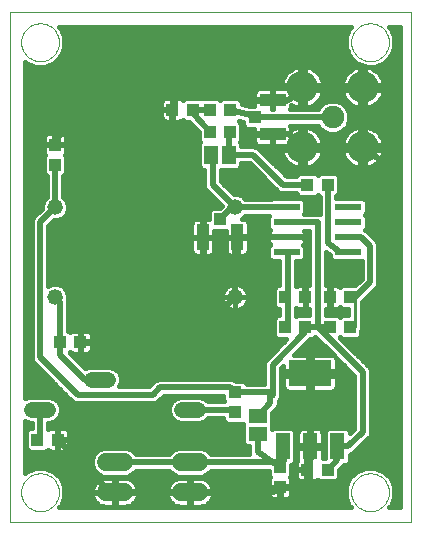
<source format=gtl>
G75*
G70*
%OFA0B0*%
%FSLAX24Y24*%
%IPPOS*%
%LPD*%
%AMOC8*
5,1,8,0,0,1.08239X$1,22.5*
%
%ADD10C,0.0000*%
%ADD11C,0.0520*%
%ADD12R,0.0394X0.0433*%
%ADD13C,0.0520*%
%ADD14R,0.0433X0.0394*%
%ADD15C,0.0750*%
%ADD16C,0.1050*%
%ADD17C,0.0600*%
%ADD18R,0.0630X0.0460*%
%ADD19R,0.0866X0.0236*%
%ADD20R,0.0460X0.0630*%
%ADD21R,0.0480X0.0880*%
%ADD22R,0.1417X0.0866*%
%ADD23R,0.0413X0.0394*%
%ADD24R,0.0866X0.0413*%
%ADD25R,0.0394X0.0413*%
%ADD26R,0.0413X0.0866*%
%ADD27C,0.0160*%
%ADD28C,0.0356*%
%ADD29C,0.0200*%
%ADD30C,0.0100*%
D10*
X000600Y000100D02*
X000600Y017096D01*
X013970Y017096D01*
X013970Y000100D01*
X000600Y000100D01*
X000970Y001100D02*
X000972Y001150D01*
X000978Y001200D01*
X000988Y001249D01*
X001002Y001297D01*
X001019Y001344D01*
X001040Y001389D01*
X001065Y001433D01*
X001093Y001474D01*
X001125Y001513D01*
X001159Y001550D01*
X001196Y001584D01*
X001236Y001614D01*
X001278Y001641D01*
X001322Y001665D01*
X001368Y001686D01*
X001415Y001702D01*
X001463Y001715D01*
X001513Y001724D01*
X001562Y001729D01*
X001613Y001730D01*
X001663Y001727D01*
X001712Y001720D01*
X001761Y001709D01*
X001809Y001694D01*
X001855Y001676D01*
X001900Y001654D01*
X001943Y001628D01*
X001984Y001599D01*
X002023Y001567D01*
X002059Y001532D01*
X002091Y001494D01*
X002121Y001454D01*
X002148Y001411D01*
X002171Y001367D01*
X002190Y001321D01*
X002206Y001273D01*
X002218Y001224D01*
X002226Y001175D01*
X002230Y001125D01*
X002230Y001075D01*
X002226Y001025D01*
X002218Y000976D01*
X002206Y000927D01*
X002190Y000879D01*
X002171Y000833D01*
X002148Y000789D01*
X002121Y000746D01*
X002091Y000706D01*
X002059Y000668D01*
X002023Y000633D01*
X001984Y000601D01*
X001943Y000572D01*
X001900Y000546D01*
X001855Y000524D01*
X001809Y000506D01*
X001761Y000491D01*
X001712Y000480D01*
X001663Y000473D01*
X001613Y000470D01*
X001562Y000471D01*
X001513Y000476D01*
X001463Y000485D01*
X001415Y000498D01*
X001368Y000514D01*
X001322Y000535D01*
X001278Y000559D01*
X001236Y000586D01*
X001196Y000616D01*
X001159Y000650D01*
X001125Y000687D01*
X001093Y000726D01*
X001065Y000767D01*
X001040Y000811D01*
X001019Y000856D01*
X001002Y000903D01*
X000988Y000951D01*
X000978Y001000D01*
X000972Y001050D01*
X000970Y001100D01*
X011970Y001100D02*
X011972Y001150D01*
X011978Y001200D01*
X011988Y001249D01*
X012002Y001297D01*
X012019Y001344D01*
X012040Y001389D01*
X012065Y001433D01*
X012093Y001474D01*
X012125Y001513D01*
X012159Y001550D01*
X012196Y001584D01*
X012236Y001614D01*
X012278Y001641D01*
X012322Y001665D01*
X012368Y001686D01*
X012415Y001702D01*
X012463Y001715D01*
X012513Y001724D01*
X012562Y001729D01*
X012613Y001730D01*
X012663Y001727D01*
X012712Y001720D01*
X012761Y001709D01*
X012809Y001694D01*
X012855Y001676D01*
X012900Y001654D01*
X012943Y001628D01*
X012984Y001599D01*
X013023Y001567D01*
X013059Y001532D01*
X013091Y001494D01*
X013121Y001454D01*
X013148Y001411D01*
X013171Y001367D01*
X013190Y001321D01*
X013206Y001273D01*
X013218Y001224D01*
X013226Y001175D01*
X013230Y001125D01*
X013230Y001075D01*
X013226Y001025D01*
X013218Y000976D01*
X013206Y000927D01*
X013190Y000879D01*
X013171Y000833D01*
X013148Y000789D01*
X013121Y000746D01*
X013091Y000706D01*
X013059Y000668D01*
X013023Y000633D01*
X012984Y000601D01*
X012943Y000572D01*
X012900Y000546D01*
X012855Y000524D01*
X012809Y000506D01*
X012761Y000491D01*
X012712Y000480D01*
X012663Y000473D01*
X012613Y000470D01*
X012562Y000471D01*
X012513Y000476D01*
X012463Y000485D01*
X012415Y000498D01*
X012368Y000514D01*
X012322Y000535D01*
X012278Y000559D01*
X012236Y000586D01*
X012196Y000616D01*
X012159Y000650D01*
X012125Y000687D01*
X012093Y000726D01*
X012065Y000767D01*
X012040Y000811D01*
X012019Y000856D01*
X012002Y000903D01*
X011988Y000951D01*
X011978Y001000D01*
X011972Y001050D01*
X011970Y001100D01*
X011970Y016100D02*
X011972Y016150D01*
X011978Y016200D01*
X011988Y016249D01*
X012002Y016297D01*
X012019Y016344D01*
X012040Y016389D01*
X012065Y016433D01*
X012093Y016474D01*
X012125Y016513D01*
X012159Y016550D01*
X012196Y016584D01*
X012236Y016614D01*
X012278Y016641D01*
X012322Y016665D01*
X012368Y016686D01*
X012415Y016702D01*
X012463Y016715D01*
X012513Y016724D01*
X012562Y016729D01*
X012613Y016730D01*
X012663Y016727D01*
X012712Y016720D01*
X012761Y016709D01*
X012809Y016694D01*
X012855Y016676D01*
X012900Y016654D01*
X012943Y016628D01*
X012984Y016599D01*
X013023Y016567D01*
X013059Y016532D01*
X013091Y016494D01*
X013121Y016454D01*
X013148Y016411D01*
X013171Y016367D01*
X013190Y016321D01*
X013206Y016273D01*
X013218Y016224D01*
X013226Y016175D01*
X013230Y016125D01*
X013230Y016075D01*
X013226Y016025D01*
X013218Y015976D01*
X013206Y015927D01*
X013190Y015879D01*
X013171Y015833D01*
X013148Y015789D01*
X013121Y015746D01*
X013091Y015706D01*
X013059Y015668D01*
X013023Y015633D01*
X012984Y015601D01*
X012943Y015572D01*
X012900Y015546D01*
X012855Y015524D01*
X012809Y015506D01*
X012761Y015491D01*
X012712Y015480D01*
X012663Y015473D01*
X012613Y015470D01*
X012562Y015471D01*
X012513Y015476D01*
X012463Y015485D01*
X012415Y015498D01*
X012368Y015514D01*
X012322Y015535D01*
X012278Y015559D01*
X012236Y015586D01*
X012196Y015616D01*
X012159Y015650D01*
X012125Y015687D01*
X012093Y015726D01*
X012065Y015767D01*
X012040Y015811D01*
X012019Y015856D01*
X012002Y015903D01*
X011988Y015951D01*
X011978Y016000D01*
X011972Y016050D01*
X011970Y016100D01*
X000970Y016100D02*
X000972Y016150D01*
X000978Y016200D01*
X000988Y016249D01*
X001002Y016297D01*
X001019Y016344D01*
X001040Y016389D01*
X001065Y016433D01*
X001093Y016474D01*
X001125Y016513D01*
X001159Y016550D01*
X001196Y016584D01*
X001236Y016614D01*
X001278Y016641D01*
X001322Y016665D01*
X001368Y016686D01*
X001415Y016702D01*
X001463Y016715D01*
X001513Y016724D01*
X001562Y016729D01*
X001613Y016730D01*
X001663Y016727D01*
X001712Y016720D01*
X001761Y016709D01*
X001809Y016694D01*
X001855Y016676D01*
X001900Y016654D01*
X001943Y016628D01*
X001984Y016599D01*
X002023Y016567D01*
X002059Y016532D01*
X002091Y016494D01*
X002121Y016454D01*
X002148Y016411D01*
X002171Y016367D01*
X002190Y016321D01*
X002206Y016273D01*
X002218Y016224D01*
X002226Y016175D01*
X002230Y016125D01*
X002230Y016075D01*
X002226Y016025D01*
X002218Y015976D01*
X002206Y015927D01*
X002190Y015879D01*
X002171Y015833D01*
X002148Y015789D01*
X002121Y015746D01*
X002091Y015706D01*
X002059Y015668D01*
X002023Y015633D01*
X001984Y015601D01*
X001943Y015572D01*
X001900Y015546D01*
X001855Y015524D01*
X001809Y015506D01*
X001761Y015491D01*
X001712Y015480D01*
X001663Y015473D01*
X001613Y015470D01*
X001562Y015471D01*
X001513Y015476D01*
X001463Y015485D01*
X001415Y015498D01*
X001368Y015514D01*
X001322Y015535D01*
X001278Y015559D01*
X001236Y015586D01*
X001196Y015616D01*
X001159Y015650D01*
X001125Y015687D01*
X001093Y015726D01*
X001065Y015767D01*
X001040Y015811D01*
X001019Y015856D01*
X001002Y015903D01*
X000988Y015951D01*
X000978Y016000D01*
X000972Y016050D01*
X000970Y016100D01*
D11*
X002100Y010600D03*
X002100Y007600D03*
X008100Y007600D03*
X008100Y010600D03*
D12*
X007935Y013100D03*
X007265Y013100D03*
X006685Y013850D03*
X006015Y013850D03*
X002100Y012685D03*
X002100Y012015D03*
X009765Y007600D03*
X010435Y007600D03*
X011265Y007600D03*
X011935Y007600D03*
X011935Y006600D03*
X011265Y006600D03*
X010435Y006600D03*
X009765Y006600D03*
X009600Y001935D03*
X009600Y001265D03*
X002185Y002850D03*
X001515Y002850D03*
X010515Y011350D03*
X011185Y011350D03*
D13*
X006860Y003850D02*
X006340Y003850D01*
X003860Y004850D02*
X003340Y004850D01*
X001860Y003850D02*
X001340Y003850D01*
D14*
X002265Y006100D03*
X002935Y006100D03*
X008100Y004435D03*
X008100Y003765D03*
X010515Y001850D03*
X011185Y001850D03*
X007935Y013850D03*
X007265Y013850D03*
D15*
X011350Y013600D03*
D16*
X010346Y012596D03*
X010346Y014604D03*
X012354Y014604D03*
X012354Y012596D03*
D17*
X006900Y002100D02*
X006300Y002100D01*
X006300Y001100D02*
X006900Y001100D01*
X004400Y001100D02*
X003800Y001100D01*
X003800Y002100D02*
X004400Y002100D01*
D18*
X008850Y003050D03*
X008850Y003650D03*
D19*
X009826Y009100D03*
X009826Y009600D03*
X009826Y010100D03*
X009826Y010600D03*
X011874Y010600D03*
X011874Y010100D03*
X011874Y009600D03*
X011874Y009100D03*
D20*
X007900Y012350D03*
X007300Y012350D03*
D21*
X009690Y002630D03*
X010600Y002630D03*
X011510Y002630D03*
D22*
X010600Y005070D03*
D23*
X008758Y013600D03*
D24*
X009350Y013028D03*
X009350Y014172D03*
D25*
X007600Y010192D03*
D26*
X007028Y009600D03*
X008172Y009600D03*
D27*
X008195Y009610D02*
X009213Y009610D01*
X009213Y009600D02*
X009826Y009600D01*
X009213Y009600D01*
X009213Y009458D01*
X009226Y009412D01*
X009249Y009371D01*
X009271Y009350D01*
X009213Y009293D01*
X009213Y008907D01*
X009319Y008802D01*
X009570Y008802D01*
X009570Y007997D01*
X009494Y007997D01*
X009389Y007891D01*
X009389Y007309D01*
X009494Y007203D01*
X009570Y007203D01*
X009570Y006997D01*
X009494Y006997D01*
X009389Y006891D01*
X009389Y006309D01*
X009494Y006203D01*
X009807Y006203D01*
X009191Y005587D01*
X009113Y005509D01*
X009070Y005406D01*
X009070Y004715D01*
X008488Y004715D01*
X008391Y004811D01*
X008119Y004811D01*
X008093Y004837D01*
X007990Y004880D01*
X005544Y004880D01*
X005441Y004837D01*
X005363Y004759D01*
X005234Y004630D01*
X004245Y004630D01*
X004300Y004762D01*
X004300Y004938D01*
X004233Y005099D01*
X004109Y005223D01*
X003948Y005290D01*
X003252Y005290D01*
X003114Y005232D01*
X002590Y005756D01*
X002600Y005767D01*
X002608Y005759D01*
X002649Y005735D01*
X002694Y005723D01*
X002916Y005723D01*
X002916Y006082D01*
X002953Y006082D01*
X002953Y006118D01*
X003331Y006118D01*
X003331Y006321D01*
X003319Y006366D01*
X003295Y006407D01*
X003262Y006441D01*
X003221Y006465D01*
X003175Y006477D01*
X002953Y006477D01*
X002953Y006118D01*
X002916Y006118D01*
X002916Y006477D01*
X002694Y006477D01*
X002649Y006465D01*
X002608Y006441D01*
X002600Y006433D01*
X002556Y006477D01*
X002545Y006477D01*
X002545Y007490D01*
X002538Y007508D01*
X002540Y007512D01*
X002540Y007688D01*
X002473Y007849D01*
X002349Y007973D01*
X002188Y008040D01*
X002012Y008040D01*
X001880Y007985D01*
X001880Y009984D01*
X002056Y010160D01*
X002188Y010160D01*
X002349Y010227D01*
X002473Y010351D01*
X002540Y010512D01*
X002540Y010688D01*
X002473Y010849D01*
X002380Y010942D01*
X002380Y011627D01*
X002477Y011724D01*
X002477Y012306D01*
X002433Y012350D01*
X002441Y012358D01*
X002465Y012399D01*
X002477Y012444D01*
X002477Y012666D01*
X002118Y012666D01*
X002118Y012703D01*
X002082Y012703D01*
X002082Y013081D01*
X001879Y013081D01*
X001834Y013069D01*
X001793Y013045D01*
X001759Y013012D01*
X001735Y012971D01*
X001723Y012925D01*
X001723Y012703D01*
X002082Y012703D01*
X002082Y012666D01*
X001723Y012666D01*
X001723Y012444D01*
X001735Y012399D01*
X001759Y012358D01*
X001767Y012350D01*
X001723Y012306D01*
X001723Y011724D01*
X001820Y011627D01*
X001820Y010942D01*
X001727Y010849D01*
X001660Y010688D01*
X001660Y010556D01*
X001441Y010337D01*
X001363Y010259D01*
X001320Y010156D01*
X001320Y005544D01*
X001363Y005441D01*
X002613Y004191D01*
X002691Y004113D01*
X002794Y004070D01*
X005406Y004070D01*
X005509Y004113D01*
X005716Y004320D01*
X007703Y004320D01*
X007703Y004163D01*
X007737Y004130D01*
X007202Y004130D01*
X007109Y004223D01*
X006948Y004290D01*
X006252Y004290D01*
X006091Y004223D01*
X005967Y004099D01*
X005900Y003938D01*
X005900Y003762D01*
X005967Y003601D01*
X006091Y003477D01*
X006252Y003410D01*
X006948Y003410D01*
X007109Y003477D01*
X007202Y003570D01*
X007703Y003570D01*
X007703Y003494D01*
X007809Y003389D01*
X008355Y003389D01*
X008355Y002745D01*
X008460Y002640D01*
X008570Y002640D01*
X008570Y002462D01*
X008565Y002434D01*
X008570Y002407D01*
X008570Y002380D01*
X007299Y002380D01*
X007172Y002507D01*
X006995Y002580D01*
X006205Y002580D01*
X006028Y002507D01*
X005901Y002380D01*
X004799Y002380D01*
X004672Y002507D01*
X004495Y002580D01*
X003705Y002580D01*
X003528Y002507D01*
X003393Y002372D01*
X003320Y002195D01*
X003320Y002005D01*
X003393Y001828D01*
X003528Y001693D01*
X003705Y001620D01*
X004495Y001620D01*
X004672Y001693D01*
X004799Y001820D01*
X005901Y001820D01*
X006028Y001693D01*
X006205Y001620D01*
X006995Y001620D01*
X007172Y001693D01*
X007299Y001820D01*
X009223Y001820D01*
X009223Y001644D01*
X009267Y001600D01*
X009259Y001592D01*
X009235Y001551D01*
X009223Y001506D01*
X009223Y001284D01*
X009582Y001284D01*
X009582Y001247D01*
X009618Y001247D01*
X009618Y000869D01*
X009821Y000869D01*
X009866Y000881D01*
X009907Y000905D01*
X009941Y000938D01*
X009965Y000979D01*
X009977Y001025D01*
X009977Y001247D01*
X009618Y001247D01*
X009618Y001284D01*
X009977Y001284D01*
X009977Y001506D01*
X009965Y001551D01*
X009941Y001592D01*
X009933Y001600D01*
X009977Y001644D01*
X009977Y002010D01*
X010005Y002010D01*
X010110Y002115D01*
X010110Y003145D01*
X010005Y003250D01*
X009375Y003250D01*
X009345Y003220D01*
X009345Y003749D01*
X009507Y003911D01*
X009550Y004014D01*
X009550Y004154D01*
X009587Y004191D01*
X009630Y004294D01*
X009630Y005234D01*
X009711Y005315D01*
X009711Y005150D01*
X010520Y005150D01*
X010520Y004990D01*
X010680Y004990D01*
X010680Y004457D01*
X011332Y004457D01*
X011378Y004469D01*
X011419Y004493D01*
X011453Y004526D01*
X011476Y004568D01*
X011489Y004613D01*
X011489Y004990D01*
X010680Y004990D01*
X010680Y005150D01*
X011489Y005150D01*
X011489Y005527D01*
X011476Y005573D01*
X011470Y005584D01*
X012070Y004984D01*
X012070Y003216D01*
X011930Y003076D01*
X011930Y003145D01*
X011825Y003250D01*
X011195Y003250D01*
X011090Y003145D01*
X011090Y002227D01*
X011020Y002227D01*
X011020Y002590D01*
X010640Y002590D01*
X010640Y002670D01*
X010560Y002670D01*
X010560Y003250D01*
X010336Y003250D01*
X010291Y003238D01*
X010249Y003214D01*
X010216Y003181D01*
X010192Y003139D01*
X010180Y003094D01*
X010180Y002670D01*
X010560Y002670D01*
X010560Y002590D01*
X010180Y002590D01*
X010180Y002183D01*
X010155Y002157D01*
X010131Y002116D01*
X010119Y002071D01*
X010119Y001868D01*
X010497Y001868D01*
X010497Y001832D01*
X010119Y001832D01*
X010119Y001629D01*
X010131Y001584D01*
X010155Y001543D01*
X010188Y001509D01*
X010229Y001485D01*
X010275Y001473D01*
X010497Y001473D01*
X010497Y001832D01*
X010534Y001832D01*
X010534Y001473D01*
X010756Y001473D01*
X010801Y001485D01*
X010842Y001509D01*
X010850Y001517D01*
X010894Y001473D01*
X011476Y001473D01*
X011581Y001579D01*
X011581Y001851D01*
X011741Y002010D01*
X011825Y002010D01*
X011930Y002115D01*
X011930Y002350D01*
X011936Y002350D01*
X012039Y002393D01*
X012509Y002863D01*
X012587Y002941D01*
X012630Y003044D01*
X012630Y005156D01*
X012587Y005259D01*
X011590Y006256D01*
X011600Y006267D01*
X011663Y006203D01*
X012206Y006203D01*
X012311Y006309D01*
X012311Y006486D01*
X012330Y006505D01*
X012330Y007434D01*
X012759Y007863D01*
X012837Y007941D01*
X012880Y008044D01*
X012880Y009356D01*
X012837Y009459D01*
X012459Y009837D01*
X012430Y009849D01*
X012429Y009850D01*
X012487Y009907D01*
X012487Y010293D01*
X012429Y010350D01*
X012487Y010407D01*
X012487Y010793D01*
X012381Y010898D01*
X011480Y010898D01*
X011480Y010977D01*
X011561Y011059D01*
X011561Y011641D01*
X011456Y011747D01*
X010913Y011747D01*
X010850Y011683D01*
X010787Y011747D01*
X010244Y011747D01*
X010139Y011641D01*
X010139Y011630D01*
X009816Y011630D01*
X008937Y012509D01*
X008859Y012587D01*
X008756Y012630D01*
X008310Y012630D01*
X008310Y012740D01*
X008276Y012773D01*
X008311Y012809D01*
X008311Y013391D01*
X008228Y013475D01*
X008240Y013488D01*
X008372Y013456D01*
X008372Y013329D01*
X008477Y013223D01*
X008737Y013223D01*
X008737Y013051D01*
X009327Y013051D01*
X009327Y013005D01*
X009373Y013005D01*
X009373Y012641D01*
X009807Y012641D01*
X009853Y012654D01*
X009891Y012676D01*
X010266Y012676D01*
X010266Y012516D01*
X009646Y012516D01*
X009653Y012458D01*
X009677Y012369D01*
X009712Y012284D01*
X009759Y012204D01*
X009815Y012130D01*
X009880Y012065D01*
X009954Y012009D01*
X010034Y011962D01*
X010119Y011927D01*
X010208Y011903D01*
X010266Y011896D01*
X010266Y012516D01*
X010426Y012516D01*
X010426Y011896D01*
X010484Y011903D01*
X010573Y011927D01*
X010659Y011962D01*
X010739Y012009D01*
X010812Y012065D01*
X010877Y012130D01*
X010934Y012204D01*
X010980Y012284D01*
X011015Y012369D01*
X011039Y012458D01*
X011047Y012516D01*
X010426Y012516D01*
X010426Y012676D01*
X010266Y012676D01*
X010266Y013297D01*
X010208Y013289D01*
X010119Y013265D01*
X010034Y013230D01*
X009963Y013189D01*
X009963Y013259D01*
X009951Y013304D01*
X009942Y013320D01*
X010865Y013320D01*
X010879Y013286D01*
X011036Y013129D01*
X011240Y013045D01*
X011460Y013045D01*
X011664Y013129D01*
X011821Y013286D01*
X011905Y013490D01*
X011905Y013710D01*
X011821Y013914D01*
X011664Y014071D01*
X011460Y014155D01*
X011240Y014155D01*
X011036Y014071D01*
X010879Y013914D01*
X010865Y013880D01*
X009942Y013880D01*
X009951Y013896D01*
X009963Y013941D01*
X009963Y014011D01*
X010034Y013970D01*
X010119Y013935D01*
X010208Y013911D01*
X010266Y013903D01*
X010266Y014524D01*
X009891Y014524D01*
X009853Y014546D01*
X009807Y014559D01*
X009373Y014559D01*
X009373Y014195D01*
X009327Y014195D01*
X009327Y014559D01*
X008893Y014559D01*
X008847Y014546D01*
X008806Y014523D01*
X008773Y014489D01*
X008749Y014448D01*
X008737Y014402D01*
X008737Y014195D01*
X009327Y014195D01*
X009327Y014149D01*
X008737Y014149D01*
X008737Y013977D01*
X008599Y013977D01*
X008331Y014042D01*
X008331Y014121D01*
X008226Y014227D01*
X007644Y014227D01*
X007600Y014183D01*
X007556Y014227D01*
X006976Y014227D01*
X006956Y014247D01*
X006413Y014247D01*
X006350Y014183D01*
X006323Y014211D01*
X006282Y014234D01*
X006236Y014247D01*
X006034Y014247D01*
X006034Y013868D01*
X005997Y013868D01*
X005997Y013832D01*
X005639Y013832D01*
X005639Y013610D01*
X005651Y013564D01*
X005674Y013523D01*
X005708Y013489D01*
X005749Y013466D01*
X005795Y013453D01*
X005997Y013453D01*
X005997Y013832D01*
X006034Y013832D01*
X006034Y013453D01*
X006236Y013453D01*
X006282Y013466D01*
X006323Y013489D01*
X006350Y013517D01*
X006413Y013453D01*
X006577Y013453D01*
X006889Y013103D01*
X006889Y012809D01*
X006924Y012773D01*
X006890Y012740D01*
X006890Y011960D01*
X006995Y011855D01*
X007070Y011855D01*
X007070Y011294D01*
X007113Y011191D01*
X007191Y011113D01*
X007658Y010646D01*
X007591Y010578D01*
X007329Y010578D01*
X007223Y010473D01*
X007223Y010213D01*
X007051Y010213D01*
X007051Y009623D01*
X007005Y009623D01*
X007005Y009577D01*
X006641Y009577D01*
X006641Y009143D01*
X006654Y009097D01*
X006677Y009056D01*
X006711Y009023D01*
X006752Y008999D01*
X006798Y008987D01*
X007005Y008987D01*
X007005Y009577D01*
X007051Y009577D01*
X007051Y008987D01*
X007259Y008987D01*
X007304Y008999D01*
X007345Y009023D01*
X007379Y009056D01*
X007403Y009097D01*
X007415Y009143D01*
X007415Y009577D01*
X007052Y009577D01*
X007052Y009623D01*
X007415Y009623D01*
X007415Y009805D01*
X007785Y009805D01*
X007785Y009623D01*
X008148Y009623D01*
X008148Y009577D01*
X007785Y009577D01*
X007785Y009143D01*
X007797Y009097D01*
X007821Y009056D01*
X007855Y009023D01*
X007896Y008999D01*
X007941Y008987D01*
X008149Y008987D01*
X008149Y009577D01*
X008195Y009577D01*
X008195Y009623D01*
X008559Y009623D01*
X008559Y010057D01*
X008546Y010103D01*
X008523Y010144D01*
X008489Y010177D01*
X008448Y010201D01*
X008402Y010213D01*
X008316Y010213D01*
X008349Y010227D01*
X008442Y010320D01*
X009241Y010320D01*
X009213Y010293D01*
X009213Y009907D01*
X009271Y009850D01*
X009249Y009829D01*
X009226Y009788D01*
X009213Y009742D01*
X009213Y009600D01*
X009215Y009452D02*
X008559Y009452D01*
X008559Y009577D02*
X008559Y009143D01*
X008546Y009097D01*
X008523Y009056D01*
X008489Y009023D01*
X008448Y008999D01*
X008402Y008987D01*
X008195Y008987D01*
X008195Y009577D01*
X008559Y009577D01*
X008559Y009769D02*
X009220Y009769D01*
X009213Y009927D02*
X008559Y009927D01*
X008551Y010086D02*
X009213Y010086D01*
X009213Y010244D02*
X008366Y010244D01*
X008442Y010880D02*
X008349Y010973D01*
X008188Y011040D01*
X008056Y011040D01*
X007630Y011466D01*
X007630Y011855D01*
X008205Y011855D01*
X008310Y011960D01*
X008310Y012070D01*
X008584Y012070D01*
X009541Y011113D01*
X009644Y011070D01*
X010139Y011070D01*
X010139Y011059D01*
X010244Y010953D01*
X010787Y010953D01*
X010850Y011017D01*
X010913Y010953D01*
X010920Y010953D01*
X010920Y010374D01*
X010906Y010380D01*
X010412Y010380D01*
X010439Y010407D01*
X010439Y010793D01*
X010334Y010898D01*
X009319Y010898D01*
X009301Y010880D01*
X008442Y010880D01*
X008196Y011037D02*
X010161Y011037D01*
X010354Y010878D02*
X010920Y010878D01*
X010920Y010720D02*
X010439Y010720D01*
X010439Y010561D02*
X010920Y010561D01*
X010920Y010403D02*
X010435Y010403D01*
X010408Y009820D02*
X010570Y009820D01*
X010570Y007997D01*
X010453Y007997D01*
X010453Y007618D01*
X010416Y007618D01*
X010416Y007997D01*
X010214Y007997D01*
X010168Y007984D01*
X010130Y007962D01*
X010130Y008802D01*
X010334Y008802D01*
X010439Y008907D01*
X010439Y009293D01*
X010570Y009293D01*
X010439Y009293D02*
X010382Y009350D01*
X010403Y009371D01*
X010427Y009412D01*
X010439Y009458D01*
X010439Y009600D01*
X010439Y009742D01*
X010427Y009788D01*
X010408Y009820D01*
X010432Y009769D02*
X010570Y009769D01*
X010570Y009610D02*
X010439Y009610D01*
X010439Y009600D02*
X009826Y009600D01*
X009826Y009600D01*
X009826Y009600D01*
X010439Y009600D01*
X010438Y009452D02*
X010570Y009452D01*
X010570Y009135D02*
X010439Y009135D01*
X010439Y008976D02*
X010570Y008976D01*
X010570Y008818D02*
X010350Y008818D01*
X010130Y008659D02*
X010570Y008659D01*
X010570Y008501D02*
X010130Y008501D01*
X010130Y008342D02*
X010570Y008342D01*
X010570Y008184D02*
X010130Y008184D01*
X010130Y008025D02*
X010570Y008025D01*
X010453Y007867D02*
X010416Y007867D01*
X010416Y007708D02*
X010453Y007708D01*
X010453Y007582D02*
X010453Y007203D01*
X010570Y007203D01*
X010570Y006997D01*
X010163Y006997D01*
X010130Y006963D01*
X010130Y007238D01*
X010168Y007216D01*
X010214Y007203D01*
X010416Y007203D01*
X010416Y007582D01*
X010453Y007582D01*
X010453Y007550D02*
X010416Y007550D01*
X010416Y007391D02*
X010453Y007391D01*
X010453Y007233D02*
X010416Y007233D01*
X010570Y007074D02*
X010130Y007074D01*
X010130Y007233D02*
X010139Y007233D01*
X009570Y007074D02*
X002545Y007074D01*
X002545Y006916D02*
X009413Y006916D01*
X009389Y006757D02*
X002545Y006757D01*
X002545Y006599D02*
X009389Y006599D01*
X009389Y006440D02*
X003263Y006440D01*
X003331Y006282D02*
X009416Y006282D01*
X009727Y006123D02*
X003331Y006123D01*
X003331Y006082D02*
X002953Y006082D01*
X002953Y005723D01*
X003175Y005723D01*
X003221Y005735D01*
X003262Y005759D01*
X003295Y005793D01*
X003319Y005834D01*
X003331Y005879D01*
X003331Y006082D01*
X003331Y005965D02*
X009569Y005965D01*
X009410Y005806D02*
X003303Y005806D01*
X002953Y005806D02*
X002916Y005806D01*
X002916Y005965D02*
X002953Y005965D01*
X002953Y006123D02*
X002916Y006123D01*
X002916Y006282D02*
X002953Y006282D01*
X002953Y006440D02*
X002916Y006440D01*
X002607Y006440D02*
X002593Y006440D01*
X002545Y007233D02*
X007857Y007233D01*
X007869Y007224D02*
X007931Y007192D01*
X007997Y007171D01*
X008065Y007160D01*
X008100Y007160D01*
X008135Y007160D01*
X008203Y007171D01*
X008269Y007192D01*
X008331Y007224D01*
X008387Y007264D01*
X008436Y007313D01*
X008476Y007369D01*
X008508Y007431D01*
X008529Y007497D01*
X008540Y007565D01*
X008540Y007600D01*
X008540Y007635D01*
X008529Y007703D01*
X008508Y007769D01*
X008476Y007831D01*
X008436Y007887D01*
X008387Y007936D01*
X008331Y007976D01*
X008269Y008008D01*
X008203Y008029D01*
X008135Y008040D01*
X008100Y008040D01*
X008100Y007600D01*
X008540Y007600D01*
X008100Y007600D01*
X008100Y007600D01*
X008100Y007600D01*
X008100Y007160D01*
X008100Y007600D01*
X008100Y007600D01*
X008100Y007600D01*
X007660Y007600D01*
X007660Y007635D01*
X007671Y007703D01*
X007692Y007769D01*
X007724Y007831D01*
X007764Y007887D01*
X007813Y007936D01*
X007869Y007976D01*
X007931Y008008D01*
X007997Y008029D01*
X008065Y008040D01*
X008100Y008040D01*
X008100Y007600D01*
X007660Y007600D01*
X007660Y007565D01*
X007671Y007497D01*
X007692Y007431D01*
X007724Y007369D01*
X007764Y007313D01*
X007813Y007264D01*
X007869Y007224D01*
X007713Y007391D02*
X002545Y007391D01*
X002540Y007550D02*
X007663Y007550D01*
X007672Y007708D02*
X002532Y007708D01*
X002456Y007867D02*
X007750Y007867D01*
X007984Y008025D02*
X002224Y008025D01*
X001976Y008025D02*
X001880Y008025D01*
X001880Y008184D02*
X009570Y008184D01*
X009570Y008342D02*
X001880Y008342D01*
X001880Y008501D02*
X009570Y008501D01*
X009570Y008659D02*
X001880Y008659D01*
X001880Y008818D02*
X009303Y008818D01*
X009213Y008976D02*
X001880Y008976D01*
X001880Y009135D02*
X006644Y009135D01*
X006641Y009293D02*
X001880Y009293D01*
X001880Y009452D02*
X006641Y009452D01*
X006641Y009623D02*
X007005Y009623D01*
X007005Y010213D01*
X006798Y010213D01*
X006752Y010201D01*
X006711Y010177D01*
X006677Y010144D01*
X006654Y010103D01*
X006641Y010057D01*
X006641Y009623D01*
X006641Y009769D02*
X001880Y009769D01*
X001880Y009927D02*
X006641Y009927D01*
X006649Y010086D02*
X001981Y010086D01*
X002366Y010244D02*
X007223Y010244D01*
X007223Y010403D02*
X002494Y010403D01*
X002540Y010561D02*
X007311Y010561D01*
X007585Y010720D02*
X002527Y010720D01*
X002444Y010878D02*
X007426Y010878D01*
X007268Y011037D02*
X002380Y011037D01*
X002380Y011195D02*
X007111Y011195D01*
X007070Y011354D02*
X002380Y011354D01*
X002380Y011512D02*
X007070Y011512D01*
X007070Y011671D02*
X002423Y011671D01*
X002477Y011829D02*
X007070Y011829D01*
X006890Y011988D02*
X002477Y011988D01*
X002477Y012146D02*
X006890Y012146D01*
X006890Y012305D02*
X002477Y012305D01*
X002477Y012463D02*
X006890Y012463D01*
X006890Y012622D02*
X002477Y012622D01*
X002477Y012703D02*
X002477Y012925D01*
X002465Y012971D01*
X002441Y013012D01*
X002407Y013045D01*
X002366Y013069D01*
X002321Y013081D01*
X002118Y013081D01*
X002118Y012703D01*
X002477Y012703D01*
X002477Y012780D02*
X006917Y012780D01*
X006889Y012939D02*
X002473Y012939D01*
X002118Y012939D02*
X002082Y012939D01*
X002082Y012780D02*
X002118Y012780D01*
X001723Y012780D02*
X001100Y012780D01*
X001100Y012622D02*
X001723Y012622D01*
X001723Y012463D02*
X001100Y012463D01*
X001100Y012305D02*
X001723Y012305D01*
X001723Y012146D02*
X001100Y012146D01*
X001100Y011988D02*
X001723Y011988D01*
X001723Y011829D02*
X001100Y011829D01*
X001100Y011671D02*
X001777Y011671D01*
X001820Y011512D02*
X001100Y011512D01*
X001100Y011354D02*
X001820Y011354D01*
X001820Y011195D02*
X001100Y011195D01*
X001100Y011037D02*
X001820Y011037D01*
X001756Y010878D02*
X001100Y010878D01*
X001100Y010720D02*
X001673Y010720D01*
X001660Y010561D02*
X001100Y010561D01*
X001100Y010403D02*
X001507Y010403D01*
X001357Y010244D02*
X001100Y010244D01*
X001100Y010086D02*
X001320Y010086D01*
X001320Y009927D02*
X001100Y009927D01*
X001100Y009769D02*
X001320Y009769D01*
X001320Y009610D02*
X001100Y009610D01*
X001100Y009452D02*
X001320Y009452D01*
X001320Y009293D02*
X001100Y009293D01*
X001100Y009135D02*
X001320Y009135D01*
X001320Y008976D02*
X001100Y008976D01*
X001100Y008818D02*
X001320Y008818D01*
X001320Y008659D02*
X001100Y008659D01*
X001100Y008501D02*
X001320Y008501D01*
X001320Y008342D02*
X001100Y008342D01*
X001100Y008184D02*
X001320Y008184D01*
X001320Y008025D02*
X001100Y008025D01*
X001100Y007867D02*
X001320Y007867D01*
X001320Y007708D02*
X001100Y007708D01*
X001100Y007550D02*
X001320Y007550D01*
X001320Y007391D02*
X001100Y007391D01*
X001100Y007233D02*
X001320Y007233D01*
X001320Y007074D02*
X001100Y007074D01*
X001100Y006916D02*
X001320Y006916D01*
X001320Y006757D02*
X001100Y006757D01*
X001100Y006599D02*
X001320Y006599D01*
X001320Y006440D02*
X001100Y006440D01*
X001100Y006282D02*
X001320Y006282D01*
X001320Y006123D02*
X001100Y006123D01*
X001100Y005965D02*
X001320Y005965D01*
X001320Y005806D02*
X001100Y005806D01*
X001100Y005648D02*
X001320Y005648D01*
X001343Y005489D02*
X001100Y005489D01*
X001100Y005331D02*
X001474Y005331D01*
X001632Y005172D02*
X001100Y005172D01*
X001100Y005014D02*
X001791Y005014D01*
X001949Y004855D02*
X001100Y004855D01*
X001100Y004697D02*
X002108Y004697D01*
X002266Y004538D02*
X001100Y004538D01*
X001100Y004380D02*
X002425Y004380D01*
X002583Y004221D02*
X002111Y004221D01*
X002109Y004223D02*
X001948Y004290D01*
X001252Y004290D01*
X001100Y004227D01*
X001100Y015455D01*
X001141Y015413D01*
X001439Y015290D01*
X001761Y015290D01*
X002059Y015413D01*
X002287Y015641D01*
X002410Y015939D01*
X002410Y016261D01*
X002287Y016559D01*
X002245Y016600D01*
X011955Y016600D01*
X011913Y016559D01*
X011790Y016261D01*
X011790Y015939D01*
X011913Y015641D01*
X012141Y015413D01*
X012434Y015292D01*
X012434Y014684D01*
X013054Y014684D01*
X013047Y014742D01*
X013023Y014831D01*
X012988Y014916D01*
X012941Y014996D01*
X012885Y015070D01*
X012820Y015135D01*
X012746Y015191D01*
X012666Y015238D01*
X012581Y015273D01*
X012517Y015290D01*
X012761Y015290D01*
X013059Y015413D01*
X013287Y015641D01*
X013410Y015939D01*
X013410Y016261D01*
X013287Y016559D01*
X013245Y016600D01*
X013600Y016600D01*
X013600Y000600D01*
X013245Y000600D01*
X013287Y000641D01*
X013410Y000939D01*
X013410Y001261D01*
X013287Y001559D01*
X013059Y001787D01*
X012761Y001910D01*
X012439Y001910D01*
X012141Y001787D01*
X011913Y001559D01*
X011790Y001261D01*
X011790Y000939D01*
X011913Y000641D01*
X011955Y000600D01*
X002245Y000600D01*
X002287Y000641D01*
X002410Y000939D01*
X002410Y001261D01*
X002287Y001559D01*
X002059Y001787D01*
X001761Y001910D01*
X001439Y001910D01*
X001141Y001787D01*
X001100Y001745D01*
X001100Y003473D01*
X001252Y003410D01*
X001320Y003410D01*
X001320Y003247D01*
X001244Y003247D01*
X001139Y003141D01*
X001139Y002559D01*
X001244Y002453D01*
X001787Y002453D01*
X001850Y002517D01*
X001877Y002489D01*
X001918Y002466D01*
X001964Y002453D01*
X002166Y002453D01*
X002166Y002832D01*
X002203Y002832D01*
X002203Y002868D01*
X002561Y002868D01*
X002561Y003090D01*
X002549Y003136D01*
X002526Y003177D01*
X002492Y003211D01*
X002451Y003234D01*
X002405Y003247D01*
X002203Y003247D01*
X002203Y002868D01*
X002166Y002868D01*
X002166Y003247D01*
X001964Y003247D01*
X001918Y003234D01*
X001880Y003212D01*
X001880Y003410D01*
X001948Y003410D01*
X002109Y003477D01*
X002233Y003601D01*
X002300Y003762D01*
X002300Y003938D01*
X002233Y004099D01*
X002109Y004223D01*
X002248Y004063D02*
X005952Y004063D01*
X005900Y003904D02*
X002300Y003904D01*
X002293Y003746D02*
X005907Y003746D01*
X005981Y003587D02*
X002219Y003587D01*
X001992Y003429D02*
X006208Y003429D01*
X006089Y004221D02*
X005617Y004221D01*
X005301Y004697D02*
X004273Y004697D01*
X004300Y004855D02*
X005484Y004855D01*
X004269Y005014D02*
X009070Y005014D01*
X009070Y005172D02*
X004160Y005172D01*
X003015Y005331D02*
X009070Y005331D01*
X009105Y005489D02*
X002857Y005489D01*
X002698Y005648D02*
X009252Y005648D01*
X009191Y005587D02*
X009191Y005587D01*
X009630Y005172D02*
X009711Y005172D01*
X009630Y005014D02*
X010520Y005014D01*
X010520Y004990D02*
X009711Y004990D01*
X009711Y004613D01*
X009724Y004568D01*
X009747Y004526D01*
X009781Y004493D01*
X009822Y004469D01*
X009868Y004457D01*
X010520Y004457D01*
X010520Y004990D01*
X010520Y004855D02*
X010680Y004855D01*
X010680Y004697D02*
X010520Y004697D01*
X010520Y004538D02*
X010680Y004538D01*
X010680Y005014D02*
X012041Y005014D01*
X012070Y004855D02*
X011489Y004855D01*
X011489Y004697D02*
X012070Y004697D01*
X012070Y004538D02*
X011459Y004538D01*
X012070Y004380D02*
X009630Y004380D01*
X009630Y004538D02*
X009741Y004538D01*
X009711Y004697D02*
X009630Y004697D01*
X009630Y004855D02*
X009711Y004855D01*
X009600Y004221D02*
X012070Y004221D01*
X012070Y004063D02*
X009550Y004063D01*
X009500Y003904D02*
X012070Y003904D01*
X012070Y003746D02*
X009345Y003746D01*
X009345Y003587D02*
X012070Y003587D01*
X012070Y003429D02*
X009345Y003429D01*
X009345Y003270D02*
X012070Y003270D01*
X011966Y003112D02*
X011930Y003112D01*
X012282Y002636D02*
X013600Y002636D01*
X013600Y002478D02*
X012123Y002478D01*
X011930Y002319D02*
X013600Y002319D01*
X013600Y002161D02*
X011930Y002161D01*
X011733Y002002D02*
X013600Y002002D01*
X013600Y001844D02*
X012921Y001844D01*
X013160Y001685D02*
X013600Y001685D01*
X013600Y001527D02*
X013300Y001527D01*
X013366Y001368D02*
X013600Y001368D01*
X013600Y001210D02*
X013410Y001210D01*
X013410Y001051D02*
X013600Y001051D01*
X013600Y000893D02*
X013391Y000893D01*
X013325Y000734D02*
X013600Y000734D01*
X012279Y001844D02*
X011581Y001844D01*
X011581Y001685D02*
X012040Y001685D01*
X011900Y001527D02*
X011529Y001527D01*
X011834Y001368D02*
X009977Y001368D01*
X009977Y001210D02*
X011790Y001210D01*
X011790Y001051D02*
X009977Y001051D01*
X009886Y000893D02*
X011809Y000893D01*
X011875Y000734D02*
X007213Y000734D01*
X007266Y000787D01*
X007311Y000848D01*
X007345Y000916D01*
X007368Y000988D01*
X007380Y001062D01*
X007380Y001080D01*
X006620Y001080D01*
X006620Y001120D01*
X006580Y001120D01*
X006580Y001580D01*
X006262Y001580D01*
X006188Y001568D01*
X006116Y001545D01*
X006048Y001511D01*
X005987Y001466D01*
X005934Y001413D01*
X005889Y001352D01*
X005855Y001284D01*
X005832Y001212D01*
X005820Y001138D01*
X005820Y001120D01*
X006580Y001120D01*
X006580Y001080D01*
X006620Y001080D01*
X006620Y000620D01*
X006938Y000620D01*
X007012Y000632D01*
X007084Y000655D01*
X007152Y000689D01*
X007213Y000734D01*
X007333Y000893D02*
X009314Y000893D01*
X009334Y000881D02*
X009379Y000869D01*
X009582Y000869D01*
X009582Y001247D01*
X009223Y001247D01*
X009223Y001025D01*
X009235Y000979D01*
X009259Y000938D01*
X009293Y000905D01*
X009334Y000881D01*
X009223Y001051D02*
X007378Y001051D01*
X007380Y001120D02*
X007380Y001138D01*
X007368Y001212D01*
X007345Y001284D01*
X007311Y001352D01*
X007266Y001413D01*
X007213Y001466D01*
X007152Y001511D01*
X007084Y001545D01*
X007012Y001568D01*
X006938Y001580D01*
X006620Y001580D01*
X006620Y001120D01*
X007380Y001120D01*
X007369Y001210D02*
X009223Y001210D01*
X009223Y001368D02*
X007299Y001368D01*
X007120Y001527D02*
X009229Y001527D01*
X009223Y001685D02*
X007152Y001685D01*
X006620Y001527D02*
X006580Y001527D01*
X006580Y001368D02*
X006620Y001368D01*
X006620Y001210D02*
X006580Y001210D01*
X006580Y001080D02*
X005820Y001080D01*
X005820Y001062D01*
X005832Y000988D01*
X005855Y000916D01*
X005889Y000848D01*
X005934Y000787D01*
X005987Y000734D01*
X004713Y000734D01*
X004766Y000787D01*
X004811Y000848D01*
X004845Y000916D01*
X004868Y000988D01*
X004880Y001062D01*
X004880Y001080D01*
X004120Y001080D01*
X004120Y001120D01*
X004080Y001120D01*
X004080Y001580D01*
X003762Y001580D01*
X003688Y001568D01*
X003616Y001545D01*
X003548Y001511D01*
X003487Y001466D01*
X003434Y001413D01*
X003389Y001352D01*
X003355Y001284D01*
X003332Y001212D01*
X003320Y001138D01*
X003320Y001120D01*
X004080Y001120D01*
X004080Y001080D01*
X004120Y001080D01*
X004120Y000620D01*
X004438Y000620D01*
X004512Y000632D01*
X004584Y000655D01*
X004652Y000689D01*
X004713Y000734D01*
X004833Y000893D02*
X005867Y000893D01*
X005822Y001051D02*
X004878Y001051D01*
X004880Y001120D02*
X004880Y001138D01*
X004868Y001212D01*
X004845Y001284D01*
X004811Y001352D01*
X004766Y001413D01*
X004713Y001466D01*
X004652Y001511D01*
X004584Y001545D01*
X004512Y001568D01*
X004438Y001580D01*
X004120Y001580D01*
X004120Y001120D01*
X004880Y001120D01*
X004869Y001210D02*
X005831Y001210D01*
X005901Y001368D02*
X004799Y001368D01*
X004620Y001527D02*
X006080Y001527D01*
X006048Y001685D02*
X004652Y001685D01*
X004120Y001527D02*
X004080Y001527D01*
X004080Y001368D02*
X004120Y001368D01*
X004120Y001210D02*
X004080Y001210D01*
X004080Y001080D02*
X003320Y001080D01*
X003320Y001062D01*
X003332Y000988D01*
X003355Y000916D01*
X003389Y000848D01*
X003434Y000787D01*
X003487Y000734D01*
X002325Y000734D01*
X002391Y000893D02*
X003367Y000893D01*
X003322Y001051D02*
X002410Y001051D01*
X002410Y001210D02*
X003331Y001210D01*
X003401Y001368D02*
X002366Y001368D01*
X002300Y001527D02*
X003580Y001527D01*
X003548Y001685D02*
X002160Y001685D01*
X001921Y001844D02*
X003387Y001844D01*
X003321Y002002D02*
X001100Y002002D01*
X001100Y001844D02*
X001279Y001844D01*
X001100Y002161D02*
X003320Y002161D01*
X003371Y002319D02*
X001100Y002319D01*
X001100Y002478D02*
X001220Y002478D01*
X001139Y002636D02*
X001100Y002636D01*
X001100Y002795D02*
X001139Y002795D01*
X001139Y002953D02*
X001100Y002953D01*
X001100Y003112D02*
X001139Y003112D01*
X001100Y003270D02*
X001320Y003270D01*
X001208Y003429D02*
X001100Y003429D01*
X001880Y003270D02*
X008355Y003270D01*
X008355Y003112D02*
X002556Y003112D01*
X002561Y002953D02*
X008355Y002953D01*
X008355Y002795D02*
X002561Y002795D01*
X002561Y002832D02*
X002203Y002832D01*
X002203Y002453D01*
X002405Y002453D01*
X002451Y002466D01*
X002492Y002489D01*
X002526Y002523D01*
X002549Y002564D01*
X002561Y002610D01*
X002561Y002832D01*
X002561Y002636D02*
X008570Y002636D01*
X008570Y002478D02*
X007201Y002478D01*
X006992Y003429D02*
X007769Y003429D01*
X007703Y004221D02*
X007111Y004221D01*
X008051Y004855D02*
X009070Y004855D01*
X010079Y005683D02*
X010593Y006197D01*
X010593Y006197D01*
X010599Y006203D01*
X010706Y006203D01*
X010778Y006276D01*
X011390Y005664D01*
X011378Y005671D01*
X011332Y005683D01*
X010680Y005683D01*
X010680Y005150D01*
X010520Y005150D01*
X010520Y005683D01*
X010079Y005683D01*
X010202Y005806D02*
X011248Y005806D01*
X011090Y005965D02*
X010360Y005965D01*
X010519Y006123D02*
X010931Y006123D01*
X010680Y005648D02*
X010520Y005648D01*
X010520Y005489D02*
X010680Y005489D01*
X010680Y005331D02*
X010520Y005331D01*
X010520Y005172D02*
X010680Y005172D01*
X011489Y005172D02*
X011882Y005172D01*
X011724Y005331D02*
X011489Y005331D01*
X011489Y005489D02*
X011565Y005489D01*
X011881Y005965D02*
X013600Y005965D01*
X013600Y006123D02*
X011723Y006123D01*
X012040Y005806D02*
X013600Y005806D01*
X013600Y005648D02*
X012198Y005648D01*
X012357Y005489D02*
X013600Y005489D01*
X013600Y005331D02*
X012515Y005331D01*
X012623Y005172D02*
X013600Y005172D01*
X013600Y005014D02*
X012630Y005014D01*
X012630Y004855D02*
X013600Y004855D01*
X013600Y004697D02*
X012630Y004697D01*
X012630Y004538D02*
X013600Y004538D01*
X013600Y004380D02*
X012630Y004380D01*
X012630Y004221D02*
X013600Y004221D01*
X013600Y004063D02*
X012630Y004063D01*
X012630Y003904D02*
X013600Y003904D01*
X013600Y003746D02*
X012630Y003746D01*
X012630Y003587D02*
X013600Y003587D01*
X013600Y003429D02*
X012630Y003429D01*
X012630Y003270D02*
X013600Y003270D01*
X013600Y003112D02*
X012630Y003112D01*
X012592Y002953D02*
X013600Y002953D01*
X013600Y002795D02*
X012440Y002795D01*
X011090Y002795D02*
X011020Y002795D01*
X011020Y002670D02*
X011020Y003094D01*
X011008Y003139D01*
X010984Y003181D01*
X010951Y003214D01*
X010909Y003238D01*
X010864Y003250D01*
X010640Y003250D01*
X010640Y002670D01*
X011020Y002670D01*
X011090Y002636D02*
X010640Y002636D01*
X010640Y002590D02*
X010640Y002227D01*
X010560Y002227D01*
X010560Y002590D01*
X010640Y002590D01*
X010560Y002636D02*
X010110Y002636D01*
X010110Y002478D02*
X010180Y002478D01*
X010180Y002319D02*
X010110Y002319D01*
X010110Y002161D02*
X010158Y002161D01*
X010119Y002002D02*
X009977Y002002D01*
X009977Y001844D02*
X010497Y001844D01*
X010497Y001685D02*
X010534Y001685D01*
X010534Y001527D02*
X010497Y001527D01*
X010171Y001527D02*
X009971Y001527D01*
X009977Y001685D02*
X010119Y001685D01*
X009618Y001210D02*
X009582Y001210D01*
X009582Y001051D02*
X009618Y001051D01*
X009618Y000893D02*
X009582Y000893D01*
X010560Y002319D02*
X010640Y002319D01*
X010640Y002478D02*
X010560Y002478D01*
X010560Y002795D02*
X010640Y002795D01*
X010640Y002953D02*
X010560Y002953D01*
X010560Y003112D02*
X010640Y003112D01*
X011015Y003112D02*
X011090Y003112D01*
X011090Y002953D02*
X011020Y002953D01*
X011020Y002478D02*
X011090Y002478D01*
X011090Y002319D02*
X011020Y002319D01*
X010180Y002795D02*
X010110Y002795D01*
X010110Y002953D02*
X010180Y002953D01*
X010185Y003112D02*
X010110Y003112D01*
X012284Y006282D02*
X013600Y006282D01*
X013600Y006440D02*
X012311Y006440D01*
X012330Y006599D02*
X013600Y006599D01*
X013600Y006757D02*
X012330Y006757D01*
X012330Y006916D02*
X013600Y006916D01*
X013600Y007074D02*
X012330Y007074D01*
X012330Y007233D02*
X013600Y007233D01*
X013600Y007391D02*
X012330Y007391D01*
X012445Y007550D02*
X013600Y007550D01*
X013600Y007708D02*
X012604Y007708D01*
X012762Y007867D02*
X013600Y007867D01*
X013600Y008025D02*
X012872Y008025D01*
X012880Y008184D02*
X013600Y008184D01*
X013600Y008342D02*
X012880Y008342D01*
X012880Y008501D02*
X013600Y008501D01*
X013600Y008659D02*
X012880Y008659D01*
X012880Y008818D02*
X013600Y008818D01*
X013600Y008976D02*
X012880Y008976D01*
X012880Y009135D02*
X013600Y009135D01*
X013600Y009293D02*
X012880Y009293D01*
X012840Y009452D02*
X013600Y009452D01*
X013600Y009610D02*
X012686Y009610D01*
X012527Y009769D02*
X013600Y009769D01*
X013600Y009927D02*
X012487Y009927D01*
X012487Y010086D02*
X013600Y010086D01*
X013600Y010244D02*
X012487Y010244D01*
X012482Y010403D02*
X013600Y010403D01*
X013600Y010561D02*
X012487Y010561D01*
X012487Y010720D02*
X013600Y010720D01*
X013600Y010878D02*
X012401Y010878D01*
X011539Y011037D02*
X013600Y011037D01*
X013600Y011195D02*
X011561Y011195D01*
X011561Y011354D02*
X013600Y011354D01*
X013600Y011512D02*
X011561Y011512D01*
X011532Y011671D02*
X013600Y011671D01*
X013600Y011829D02*
X009617Y011829D01*
X009775Y011671D02*
X010168Y011671D01*
X010266Y011988D02*
X010426Y011988D01*
X010426Y012146D02*
X010266Y012146D01*
X010266Y012305D02*
X010426Y012305D01*
X010426Y012463D02*
X010266Y012463D01*
X010266Y012622D02*
X008776Y012622D01*
X008806Y012677D02*
X008847Y012654D01*
X008893Y012641D01*
X009327Y012641D01*
X009327Y013005D01*
X008737Y013005D01*
X008737Y012798D01*
X008749Y012752D01*
X008773Y012711D01*
X008806Y012677D01*
X008742Y012780D02*
X008283Y012780D01*
X008311Y012939D02*
X008737Y012939D01*
X008737Y013097D02*
X008311Y013097D01*
X008311Y013256D02*
X008445Y013256D01*
X008372Y013414D02*
X008289Y013414D01*
X008331Y014048D02*
X008737Y014048D01*
X008737Y014207D02*
X008246Y014207D01*
X008737Y014365D02*
X001100Y014365D01*
X001100Y014207D02*
X005704Y014207D01*
X005708Y014211D02*
X005674Y014177D01*
X005651Y014136D01*
X005639Y014090D01*
X005639Y013868D01*
X005997Y013868D01*
X005997Y014247D01*
X005795Y014247D01*
X005749Y014234D01*
X005708Y014211D01*
X005639Y014048D02*
X001100Y014048D01*
X001100Y013890D02*
X005639Y013890D01*
X005639Y013731D02*
X001100Y013731D01*
X001100Y013573D02*
X005648Y013573D01*
X005997Y013573D02*
X006034Y013573D01*
X006034Y013731D02*
X005997Y013731D01*
X005997Y013890D02*
X006034Y013890D01*
X006034Y014048D02*
X005997Y014048D01*
X005997Y014207D02*
X006034Y014207D01*
X006327Y014207D02*
X006373Y014207D01*
X006612Y013414D02*
X001100Y013414D01*
X001100Y013256D02*
X006753Y013256D01*
X006889Y013097D02*
X001100Y013097D01*
X001100Y012939D02*
X001727Y012939D01*
X001100Y014524D02*
X008808Y014524D01*
X009327Y014524D02*
X009373Y014524D01*
X009373Y014365D02*
X009327Y014365D01*
X009327Y014207D02*
X009373Y014207D01*
X009373Y014195D02*
X009771Y014195D01*
X009807Y014149D01*
X009373Y014149D01*
X009373Y014195D01*
X009373Y014148D02*
X009373Y013880D01*
X009327Y013880D01*
X009327Y014148D01*
X009373Y014148D01*
X009373Y014048D02*
X009327Y014048D01*
X009327Y013890D02*
X009373Y013890D01*
X009947Y013890D02*
X010869Y013890D01*
X010780Y014048D02*
X011013Y014048D01*
X010877Y014138D02*
X010934Y014211D01*
X010980Y014291D01*
X011015Y014377D01*
X011039Y014466D01*
X011047Y014524D01*
X010426Y014524D01*
X010426Y013903D01*
X010484Y013911D01*
X010573Y013935D01*
X010659Y013970D01*
X010739Y014016D01*
X010812Y014073D01*
X010877Y014138D01*
X010930Y014207D02*
X011770Y014207D01*
X011766Y014211D02*
X011823Y014138D01*
X011888Y014073D01*
X011961Y014016D01*
X012041Y013970D01*
X012127Y013935D01*
X012216Y013911D01*
X012274Y013903D01*
X012274Y014524D01*
X012434Y014524D01*
X012434Y014684D01*
X012274Y014684D01*
X012274Y015304D01*
X012216Y015297D01*
X012127Y015273D01*
X012041Y015238D01*
X011961Y015191D01*
X011888Y015135D01*
X011823Y015070D01*
X011766Y014996D01*
X011720Y014916D01*
X011685Y014831D01*
X011661Y014742D01*
X011653Y014684D01*
X012274Y014684D01*
X012274Y014524D01*
X011653Y014524D01*
X011661Y014466D01*
X011685Y014377D01*
X011720Y014291D01*
X011766Y014211D01*
X011690Y014365D02*
X011010Y014365D01*
X011047Y014524D02*
X011653Y014524D01*
X011689Y014841D02*
X011011Y014841D01*
X011015Y014831D02*
X010980Y014916D01*
X010934Y014996D01*
X010877Y015070D01*
X010812Y015135D01*
X010739Y015191D01*
X010659Y015238D01*
X010573Y015273D01*
X010484Y015297D01*
X010426Y015304D01*
X010426Y014684D01*
X010266Y014684D01*
X010266Y015304D01*
X010208Y015297D01*
X010119Y015273D01*
X010034Y015238D01*
X009954Y015191D01*
X009880Y015135D01*
X009815Y015070D01*
X009759Y014996D01*
X009712Y014916D01*
X009677Y014831D01*
X009653Y014742D01*
X009646Y014684D01*
X010266Y014684D01*
X010266Y014524D01*
X010426Y014524D01*
X010426Y014684D01*
X011047Y014684D01*
X011039Y014742D01*
X011015Y014831D01*
X010932Y014999D02*
X011768Y014999D01*
X011917Y015158D02*
X010783Y015158D01*
X010426Y015158D02*
X010266Y015158D01*
X010266Y014999D02*
X010426Y014999D01*
X010426Y014841D02*
X010266Y014841D01*
X010266Y014682D02*
X001100Y014682D01*
X001100Y014841D02*
X009681Y014841D01*
X009761Y014999D02*
X001100Y014999D01*
X001100Y015158D02*
X009910Y015158D01*
X010426Y014682D02*
X012274Y014682D01*
X012274Y014524D02*
X012434Y014524D01*
X013054Y014524D01*
X013047Y014466D01*
X013023Y014377D01*
X012988Y014291D01*
X012941Y014211D01*
X012885Y014138D01*
X012820Y014073D01*
X012746Y014016D01*
X012666Y013970D01*
X012581Y013935D01*
X012492Y013911D01*
X012434Y013903D01*
X012434Y014524D01*
X012434Y014682D02*
X013600Y014682D01*
X013600Y014524D02*
X013054Y014524D01*
X013018Y014365D02*
X013600Y014365D01*
X013600Y014207D02*
X012938Y014207D01*
X012788Y014048D02*
X013600Y014048D01*
X013600Y013890D02*
X011831Y013890D01*
X011896Y013731D02*
X013600Y013731D01*
X013600Y013573D02*
X011905Y013573D01*
X011874Y013414D02*
X013600Y013414D01*
X013600Y013256D02*
X012604Y013256D01*
X012581Y013265D02*
X012666Y013230D01*
X012746Y013184D01*
X012820Y013127D01*
X012885Y013062D01*
X012941Y012989D01*
X012988Y012909D01*
X013023Y012823D01*
X013047Y012734D01*
X013054Y012676D01*
X012434Y012676D01*
X012434Y012516D01*
X013054Y012516D01*
X013047Y012458D01*
X013023Y012369D01*
X012988Y012284D01*
X012941Y012204D01*
X012885Y012130D01*
X012820Y012065D01*
X012746Y012009D01*
X012666Y011962D01*
X012581Y011927D01*
X012492Y011903D01*
X012434Y011896D01*
X012434Y012516D01*
X012274Y012516D01*
X012274Y011896D01*
X012216Y011903D01*
X012127Y011927D01*
X012041Y011962D01*
X011961Y012009D01*
X011888Y012065D01*
X011823Y012130D01*
X011766Y012204D01*
X011720Y012284D01*
X011685Y012369D01*
X011661Y012458D01*
X011653Y012516D01*
X012274Y012516D01*
X012274Y012676D01*
X011653Y012676D01*
X011661Y012734D01*
X011685Y012823D01*
X011720Y012909D01*
X011766Y012989D01*
X011823Y013062D01*
X011888Y013127D01*
X011961Y013184D01*
X012041Y013230D01*
X012127Y013265D01*
X012216Y013289D01*
X012274Y013297D01*
X012274Y012676D01*
X012434Y012676D01*
X012434Y013297D01*
X012492Y013289D01*
X012581Y013265D01*
X012434Y013256D02*
X012274Y013256D01*
X012274Y013097D02*
X012434Y013097D01*
X012434Y012939D02*
X012274Y012939D01*
X012274Y012780D02*
X012434Y012780D01*
X012434Y012622D02*
X013600Y012622D01*
X013600Y012780D02*
X013034Y012780D01*
X012970Y012939D02*
X013600Y012939D01*
X013600Y013097D02*
X012850Y013097D01*
X013047Y012463D02*
X013600Y012463D01*
X013600Y012305D02*
X012996Y012305D01*
X012897Y012146D02*
X013600Y012146D01*
X013600Y011988D02*
X012710Y011988D01*
X012434Y011988D02*
X012274Y011988D01*
X012274Y012146D02*
X012434Y012146D01*
X012434Y012305D02*
X012274Y012305D01*
X012274Y012463D02*
X012434Y012463D01*
X012274Y012622D02*
X010426Y012622D01*
X010426Y012676D02*
X011047Y012676D01*
X011039Y012734D01*
X011015Y012823D01*
X010980Y012909D01*
X010934Y012989D01*
X010877Y013062D01*
X010812Y013127D01*
X010739Y013184D01*
X010659Y013230D01*
X010573Y013265D01*
X010484Y013289D01*
X010426Y013297D01*
X010426Y012676D01*
X010426Y012780D02*
X010266Y012780D01*
X010266Y012939D02*
X010426Y012939D01*
X010426Y013097D02*
X010266Y013097D01*
X010266Y013256D02*
X010426Y013256D01*
X010596Y013256D02*
X010910Y013256D01*
X010842Y013097D02*
X011114Y013097D01*
X010962Y012939D02*
X011738Y012939D01*
X011673Y012780D02*
X011027Y012780D01*
X011040Y012463D02*
X011660Y012463D01*
X011712Y012305D02*
X010988Y012305D01*
X010889Y012146D02*
X011811Y012146D01*
X011998Y011988D02*
X010702Y011988D01*
X009990Y011988D02*
X009458Y011988D01*
X009300Y012146D02*
X009803Y012146D01*
X009704Y012305D02*
X009141Y012305D01*
X008983Y012463D02*
X009653Y012463D01*
X009373Y012780D02*
X009327Y012780D01*
X009327Y012939D02*
X009373Y012939D01*
X009963Y013256D02*
X010096Y013256D01*
X010266Y014048D02*
X010426Y014048D01*
X010426Y014207D02*
X010266Y014207D01*
X010266Y014365D02*
X010426Y014365D01*
X010426Y014524D02*
X010266Y014524D01*
X011687Y014048D02*
X011920Y014048D01*
X012274Y014048D02*
X012434Y014048D01*
X012434Y014207D02*
X012274Y014207D01*
X012274Y014365D02*
X012434Y014365D01*
X012434Y014841D02*
X012274Y014841D01*
X012274Y014999D02*
X012434Y014999D01*
X012434Y015158D02*
X012274Y015158D01*
X012376Y015316D02*
X001824Y015316D01*
X002120Y015475D02*
X012080Y015475D01*
X011922Y015633D02*
X002278Y015633D01*
X002349Y015792D02*
X011851Y015792D01*
X011790Y015950D02*
X002410Y015950D01*
X002410Y016109D02*
X011790Y016109D01*
X011793Y016267D02*
X002407Y016267D01*
X002342Y016426D02*
X011858Y016426D01*
X011939Y016584D02*
X002261Y016584D01*
X001376Y015316D02*
X001100Y015316D01*
X001880Y009610D02*
X007005Y009610D01*
X007052Y009610D02*
X008148Y009610D01*
X008149Y009452D02*
X008195Y009452D01*
X008195Y009293D02*
X008149Y009293D01*
X008149Y009135D02*
X008195Y009135D01*
X008556Y009135D02*
X009213Y009135D01*
X009214Y009293D02*
X008559Y009293D01*
X007785Y009293D02*
X007415Y009293D01*
X007413Y009135D02*
X007787Y009135D01*
X007785Y009452D02*
X007415Y009452D01*
X007415Y009769D02*
X007785Y009769D01*
X007051Y009769D02*
X007005Y009769D01*
X007005Y009927D02*
X007051Y009927D01*
X007051Y010086D02*
X007005Y010086D01*
X007005Y009452D02*
X007051Y009452D01*
X007051Y009293D02*
X007005Y009293D01*
X007005Y009135D02*
X007051Y009135D01*
X008100Y008025D02*
X008100Y008025D01*
X008216Y008025D02*
X009570Y008025D01*
X009389Y007867D02*
X008450Y007867D01*
X008528Y007708D02*
X009389Y007708D01*
X009389Y007550D02*
X008537Y007550D01*
X008487Y007391D02*
X009389Y007391D01*
X009465Y007233D02*
X008343Y007233D01*
X008100Y007233D02*
X008100Y007233D01*
X008100Y007391D02*
X008100Y007391D01*
X008100Y007550D02*
X008100Y007550D01*
X008100Y007708D02*
X008100Y007708D01*
X008100Y007867D02*
X008100Y007867D01*
X011130Y007997D02*
X011130Y009103D01*
X011261Y009005D01*
X011261Y008907D01*
X011366Y008802D01*
X012320Y008802D01*
X012320Y008216D01*
X012101Y007997D01*
X011663Y007997D01*
X011600Y007933D01*
X011573Y007961D01*
X011532Y007984D01*
X011486Y007997D01*
X011284Y007997D01*
X011284Y007618D01*
X011247Y007618D01*
X011247Y007997D01*
X011130Y007997D01*
X011130Y008025D02*
X012129Y008025D01*
X012288Y008184D02*
X011130Y008184D01*
X011130Y008342D02*
X012320Y008342D01*
X012320Y008501D02*
X011130Y008501D01*
X011130Y008659D02*
X012320Y008659D01*
X011350Y008818D02*
X011130Y008818D01*
X011130Y008976D02*
X011261Y008976D01*
X011247Y007867D02*
X011284Y007867D01*
X011284Y007708D02*
X011247Y007708D01*
X011247Y007582D02*
X011284Y007582D01*
X011284Y007203D01*
X011486Y007203D01*
X011532Y007216D01*
X011573Y007239D01*
X011600Y007267D01*
X011663Y007203D01*
X011870Y007203D01*
X011870Y006997D01*
X011663Y006997D01*
X011600Y006933D01*
X011537Y006997D01*
X011130Y006997D01*
X011130Y007203D01*
X011247Y007203D01*
X011247Y007582D01*
X011247Y007550D02*
X011284Y007550D01*
X011284Y007391D02*
X011247Y007391D01*
X011247Y007233D02*
X011284Y007233D01*
X011561Y007233D02*
X011634Y007233D01*
X011870Y007074D02*
X011130Y007074D01*
X009459Y011195D02*
X007901Y011195D01*
X007742Y011354D02*
X009301Y011354D01*
X009142Y011512D02*
X007630Y011512D01*
X007630Y011671D02*
X008984Y011671D01*
X008825Y011829D02*
X007630Y011829D01*
X008310Y011988D02*
X008667Y011988D01*
X007623Y014207D02*
X007577Y014207D01*
X011586Y013097D02*
X011858Y013097D01*
X011790Y013256D02*
X012104Y013256D01*
X013019Y014841D02*
X013600Y014841D01*
X013600Y014999D02*
X012939Y014999D01*
X012790Y015158D02*
X013600Y015158D01*
X013600Y015316D02*
X012824Y015316D01*
X013120Y015475D02*
X013600Y015475D01*
X013600Y015633D02*
X013278Y015633D01*
X013349Y015792D02*
X013600Y015792D01*
X013600Y015950D02*
X013410Y015950D01*
X013410Y016109D02*
X013600Y016109D01*
X013600Y016267D02*
X013407Y016267D01*
X013342Y016426D02*
X013600Y016426D01*
X013600Y016584D02*
X013261Y016584D01*
X002203Y003112D02*
X002166Y003112D01*
X002166Y002953D02*
X002203Y002953D01*
X002203Y002795D02*
X002166Y002795D01*
X002166Y002636D02*
X002203Y002636D01*
X002203Y002478D02*
X002166Y002478D01*
X001898Y002478D02*
X001811Y002478D01*
X002471Y002478D02*
X003499Y002478D01*
X004701Y002478D02*
X005999Y002478D01*
X006580Y001080D02*
X006580Y000620D01*
X006262Y000620D01*
X006188Y000632D01*
X006116Y000655D01*
X006048Y000689D01*
X005987Y000734D01*
X006580Y000734D02*
X006620Y000734D01*
X006620Y000893D02*
X006580Y000893D01*
X006580Y001051D02*
X006620Y001051D01*
X004120Y001051D02*
X004080Y001051D01*
X004080Y001080D02*
X004080Y000620D01*
X003762Y000620D01*
X003688Y000632D01*
X003616Y000655D01*
X003548Y000689D01*
X003487Y000734D01*
X004080Y000734D02*
X004120Y000734D01*
X004120Y000893D02*
X004080Y000893D01*
D28*
X010350Y001350D03*
X011850Y004850D03*
X010600Y005850D03*
X010350Y008600D03*
X011350Y008600D03*
X013350Y008600D03*
X008600Y011850D03*
X008600Y012850D03*
X008600Y014600D03*
X005750Y013100D03*
D29*
X006015Y013435D01*
X006015Y013850D01*
X006100Y013935D01*
X006100Y014350D01*
X006350Y014600D01*
X008350Y014600D01*
X008778Y014172D01*
X009350Y014172D01*
X009914Y014172D01*
X010346Y014604D01*
X012354Y014604D01*
X012354Y012596D01*
X013350Y011850D01*
X013350Y008600D01*
X013350Y003100D01*
X011350Y001100D01*
X010850Y001100D01*
X010515Y001435D01*
X010515Y001850D01*
X010515Y002465D01*
X010600Y002630D01*
X010600Y005070D01*
X009350Y005350D02*
X010435Y006435D01*
X010435Y006600D01*
X010850Y006600D01*
X012350Y005100D01*
X012350Y003100D01*
X011880Y002630D01*
X011510Y002630D01*
X011510Y002175D01*
X011185Y001850D01*
X010585Y001265D02*
X010600Y002630D01*
X009690Y002630D02*
X009745Y002185D01*
X009600Y001935D01*
X008850Y002435D01*
X008850Y003050D01*
X008850Y003650D02*
X009270Y004070D01*
X009270Y004300D01*
X009300Y004300D01*
X009350Y004350D01*
X009350Y005350D01*
X009265Y004435D02*
X009350Y004350D01*
X009270Y004380D02*
X009270Y004300D01*
X009265Y004435D02*
X008100Y004435D01*
X007935Y004600D01*
X005600Y004600D01*
X005350Y004350D01*
X002850Y004350D01*
X001600Y005600D01*
X001600Y010100D01*
X002100Y010600D01*
X002100Y012015D01*
X002100Y012100D01*
X002100Y012685D02*
X002100Y012850D01*
X003100Y013850D01*
X006015Y013850D01*
X006600Y013850D02*
X007265Y013100D01*
X007900Y013065D02*
X007900Y012350D01*
X008700Y012350D01*
X009700Y011350D01*
X010515Y011350D01*
X011200Y011300D02*
X011200Y009400D01*
X011600Y009100D01*
X011350Y008600D02*
X011265Y008515D01*
X011265Y007600D01*
X010435Y007600D02*
X010435Y008515D01*
X010350Y008600D01*
X010500Y008750D01*
X010500Y009450D01*
X010350Y009600D01*
X009826Y009600D01*
X008172Y009600D01*
X008100Y009528D01*
X008100Y008600D01*
X007100Y008600D01*
X007028Y008672D01*
X007028Y009600D01*
X007600Y010192D02*
X008008Y010600D01*
X008008Y010692D02*
X007350Y011350D01*
X007350Y012300D01*
X008600Y012850D02*
X008778Y013028D01*
X009350Y013028D01*
X009914Y013028D01*
X010346Y012596D01*
X012354Y012596D01*
X011350Y013600D02*
X008850Y013600D01*
X008758Y013650D02*
X007935Y013850D01*
X007265Y013850D02*
X006685Y013850D01*
X008100Y010600D02*
X009826Y010600D01*
X009826Y010100D02*
X010850Y010100D01*
X010850Y006600D01*
X011265Y006600D01*
X012100Y007600D02*
X012600Y008100D01*
X012600Y009300D01*
X012300Y009600D01*
X009850Y009100D02*
X009850Y007600D01*
X009850Y006600D01*
X008100Y007600D02*
X008100Y008600D01*
X008100Y007600D02*
X006600Y006100D01*
X002935Y006100D01*
X002265Y006100D02*
X002265Y005685D01*
X003100Y004850D01*
X003600Y004850D01*
X002265Y006100D02*
X002265Y007435D01*
X002100Y007600D01*
X001600Y003850D02*
X001600Y002935D01*
X002185Y002850D02*
X003935Y001100D01*
X004100Y001100D01*
X006600Y001100D01*
X009385Y001100D01*
X009600Y001265D01*
X010585Y001265D01*
X009600Y001935D02*
X009685Y002100D01*
X004100Y002100D01*
X006600Y002100D01*
X006600Y003850D02*
X008015Y003850D01*
D30*
X008100Y003765D01*
X009765Y006600D02*
X009850Y006600D01*
X009850Y007600D02*
X009765Y007600D01*
X009826Y009100D02*
X009850Y009100D01*
X011600Y009100D02*
X011874Y009100D01*
X011874Y009600D02*
X012300Y009600D01*
X011200Y011300D02*
X011185Y011350D01*
X008850Y013600D02*
X008650Y013650D01*
X007935Y013850D01*
X007935Y013100D02*
X007900Y013065D01*
X007300Y012350D02*
X007350Y012300D01*
X006685Y013850D02*
X006600Y013850D01*
X008758Y013650D02*
X008758Y013600D01*
X008008Y010692D02*
X008008Y010600D01*
X008100Y010600D01*
X011935Y007600D02*
X012100Y007600D01*
X012100Y006600D01*
X011935Y006600D01*
X001600Y002935D02*
X001515Y002850D01*
M02*

</source>
